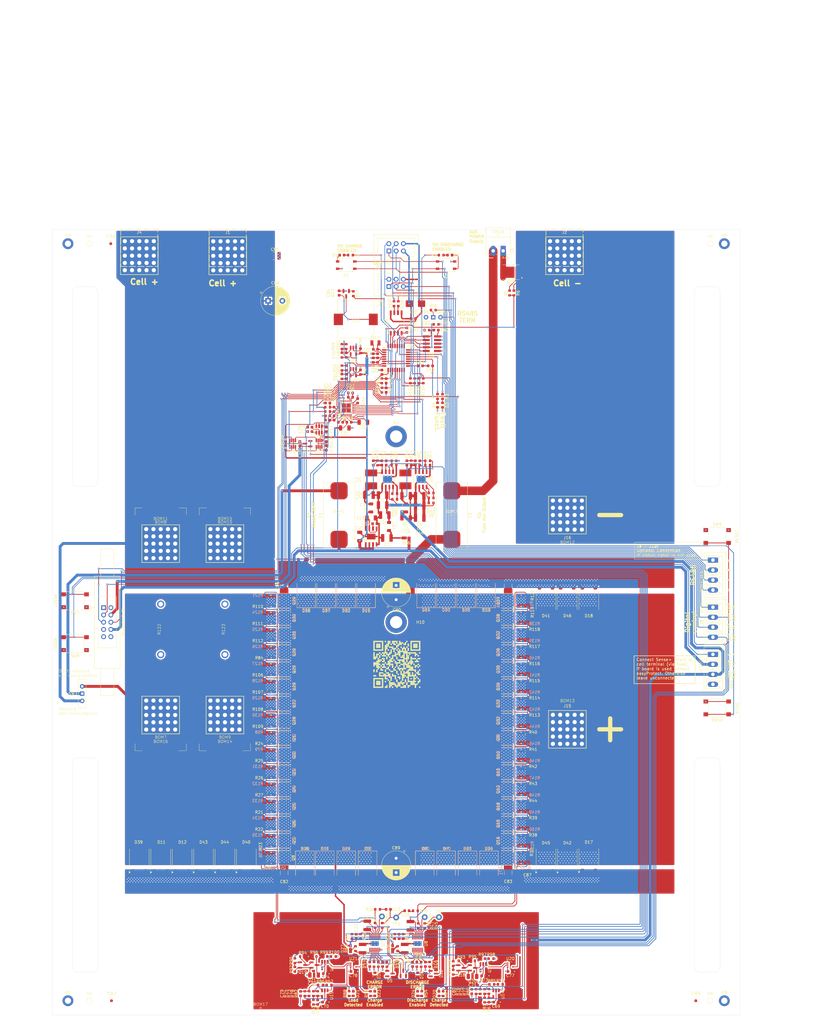
<source format=kicad_pcb>
(kicad_pcb
	(version 20241229)
	(generator "pcbnew")
	(generator_version "9.0")
	(general
		(thickness 1.74)
		(legacy_teardrops no)
	)
	(paper "A2" portrait)
	(layers
		(0 "F.Cu" signal)
		(4 "In1.Cu" signal)
		(6 "In2.Cu" signal)
		(8 "In3.Cu" signal)
		(10 "In4.Cu" signal)
		(2 "B.Cu" signal)
		(9 "F.Adhes" user "F.Adhesive")
		(11 "B.Adhes" user "B.Adhesive")
		(13 "F.Paste" user)
		(15 "B.Paste" user)
		(5 "F.SilkS" user "F.Silkscreen")
		(7 "B.SilkS" user "B.Silkscreen")
		(1 "F.Mask" user)
		(3 "B.Mask" user)
		(17 "Dwgs.User" user "User.Drawings")
		(19 "Cmts.User" user "User.Comments")
		(21 "Eco1.User" user "User.Eco1")
		(23 "Eco2.User" user "User.Eco2")
		(25 "Edge.Cuts" user)
		(27 "Margin" user)
		(31 "F.CrtYd" user "F.Courtyard")
		(29 "B.CrtYd" user "B.Courtyard")
		(35 "F.Fab" user)
		(33 "B.Fab" user)
		(39 "User.1" user)
		(41 "User.2" user "User.2 -Bemaßung")
		(43 "User.3" user "User.3 - Heatsink")
		(45 "User.4" user)
		(47 "User.5" user)
		(49 "User.6" user)
		(51 "User.7" user)
		(53 "User.8" user)
		(55 "User.9" user)
	)
	(setup
		(stackup
			(layer "F.SilkS"
				(type "Top Silk Screen")
			)
			(layer "F.Paste"
				(type "Top Solder Paste")
			)
			(layer "F.Mask"
				(type "Top Solder Mask")
				(color "Red")
				(thickness 0.01)
			)
			(layer "F.Cu"
				(type "copper")
				(thickness 0.07)
			)
			(layer "dielectric 1"
				(type "prepreg")
				(thickness 0.1)
				(material "FR4")
				(epsilon_r 4.5)
				(loss_tangent 0.02)
			)
			(layer "In1.Cu"
				(type "copper")
				(thickness 0.07)
			)
			(layer "dielectric 2"
				(type "core")
				(thickness 0.535)
				(material "FR4")
				(epsilon_r 4.5)
				(loss_tangent 0.02)
			)
			(layer "In2.Cu"
				(type "copper")
				(thickness 0.07)
			)
			(layer "dielectric 3"
				(type "prepreg")
				(thickness 0.1)
				(material "FR4")
				(epsilon_r 4.5)
				(loss_tangent 0.02)
			)
			(layer "In3.Cu"
				(type "copper")
				(thickness 0.035)
			)
			(layer "dielectric 4"
				(type "core")
				(thickness 0.535)
				(material "FR4")
				(epsilon_r 4.5)
				(loss_tangent 0.02)
			)
			(layer "In4.Cu"
				(type "copper")
				(thickness 0.035)
			)
			(layer "dielectric 5"
				(type "prepreg")
				(thickness 0.1)
				(material "FR4")
				(epsilon_r 4.5)
				(loss_tangent 0.02)
			)
			(layer "B.Cu"
				(type "copper")
				(thickness 0.07)
			)
			(layer "B.Mask"
				(type "Bottom Solder Mask")
				(color "Red")
				(thickness 0.01)
			)
			(layer "B.Paste"
				(type "Bottom Solder Paste")
			)
			(layer "B.SilkS"
				(type "Bottom Silk Screen")
			)
			(copper_finish "None")
			(dielectric_constraints no)
		)
		(pad_to_mask_clearance 0)
		(allow_soldermask_bridges_in_footprints no)
		(tenting front back)
		(aux_axis_origin 52.5 395)
		(grid_origin 173 120)
		(pcbplotparams
			(layerselection 0x00000000_00000000_55555555_5755f5ff)
			(plot_on_all_layers_selection 0x00000000_00000000_00000000_00000000)
			(disableapertmacros no)
			(usegerberextensions no)
			(usegerberattributes yes)
			(usegerberadvancedattributes yes)
			(creategerberjobfile yes)
			(dashed_line_dash_ratio 12.000000)
			(dashed_line_gap_ratio 3.000000)
			(svgprecision 4)
			(plotframeref no)
			(mode 1)
			(useauxorigin no)
			(hpglpennumber 1)
			(hpglpenspeed 20)
			(hpglpendiameter 15.000000)
			(pdf_front_fp_property_popups yes)
			(pdf_back_fp_property_popups yes)
			(pdf_metadata yes)
			(pdf_single_document no)
			(dxfpolygonmode yes)
			(dxfimperialunits yes)
			(dxfusepcbnewfont yes)
			(psnegative no)
			(psa4output no)
			(plot_black_and_white yes)
			(plotinvisibletext no)
			(sketchpadsonfab no)
			(plotpadnumbers no)
			(hidednponfab no)
			(sketchdnponfab yes)
			(crossoutdnponfab yes)
			(subtractmaskfromsilk no)
			(outputformat 1)
			(mirror no)
			(drillshape 1)
			(scaleselection 1)
			(outputdirectory "")
		)
	)
	(net 0 "")
	(net 1 "Net-(D1-K)")
	(net 2 "GND")
	(net 3 "Net-(D2-K)")
	(net 4 "VCC")
	(net 5 "Net-(D1-A)")
	(net 6 "BAT+CONTROLED")
	(net 7 "Net-(C10-Pad1)")
	(net 8 "5V5")
	(net 9 "Net-(U3-SS)")
	(net 10 "5V0")
	(net 11 "VREF")
	(net 12 "/ps/in")
	(net 13 "Net-(J3-2)")
	(net 14 "/greenMeter/ISENSE_FAST+")
	(net 15 "/greenMeter/ISENSE_PREZ+")
	(net 16 "/greenMeter/ISENSE_PREZ-")
	(net 17 "Net-(Q4-G)")
	(net 18 "/greenMeter/ISENSE_FAST-")
	(net 19 "Net-(Q5-G)")
	(net 20 "Net-(Q6-G)")
	(net 21 "Net-(Q7-G)")
	(net 22 "Net-(Q8-G)")
	(net 23 "Net-(U18-+IN)")
	(net 24 "Net-(D4-A)")
	(net 25 "Net-(J3-1)")
	(net 26 "/greenMeter/RS485_D")
	(net 27 "Net-(U19-+IN)")
	(net 28 "Net-(U22-CAPN)")
	(net 29 "/greenMeter/RS485_R")
	(net 30 "/greenMeter/SPI1_MOSI")
	(net 31 "/greenMeter/ADC_START")
	(net 32 "/greenMeter/SPI1_MISO")
	(net 33 "/greenMeter/ADC_DRDY")
	(net 34 "/greenMeter/ADC_RESET")
	(net 35 "/greenMeter/ADC_CS")
	(net 36 "/greenMeter/SPI1_SCK")
	(net 37 "/OVP_IN")
	(net 38 "/chargeControl/SNS+")
	(net 39 "/chargeControl/SNS-")
	(net 40 "/LVP_IN")
	(net 41 "/OVP_OUT")
	(net 42 "/LVP_OUT")
	(net 43 "Net-(Q1-G)")
	(net 44 "Net-(Q2-G)")
	(net 45 "Net-(Q3-G)")
	(net 46 "/greenMeter/CHARGE_ENABLED")
	(net 47 "/greenMeter/DISCHARGE_ENABLED")
	(net 48 "/greenMeter/AUX_EN")
	(net 49 "/greenMeter/ISENSE+")
	(net 50 "/greenMeter/ISENSE-")
	(net 51 "/greenMeter/SWCLK")
	(net 52 "/switchControl/CHG_DETECTED")
	(net 53 "Net-(U16--)")
	(net 54 "/switchControl/LOAD_DETECTED")
	(net 55 "unconnected-(J7-Pin_7-Pad7)")
	(net 56 "/greenMeter/USENSE_SHUNT_BUF")
	(net 57 "/greenMeter/USENSE+_BUF")
	(net 58 "/greenMeter/SWDIO")
	(net 59 "/CHARGE_CONTROL")
	(net 60 "Net-(Q22-G)")
	(net 61 "Net-(U12-PA10{slash}NC)")
	(net 62 "Net-(Q13-G)")
	(net 63 "Net-(Q14-G)")
	(net 64 "Net-(Q15-G)")
	(net 65 "Net-(Q16-G)")
	(net 66 "/BUS_+5V")
	(net 67 "Net-(U4-VIN)")
	(net 68 "Net-(U4-BST)")
	(net 69 "Net-(U4-SW)")
	(net 70 "Net-(U5-SW)")
	(net 71 "Net-(U5-BST)")
	(net 72 "Net-(C11-Pad1)")
	(net 73 "Net-(U4-FB)")
	(net 74 "Net-(U5-FB)")
	(net 75 "Net-(C11-Pad2)")
	(net 76 "Net-(C12-Pad2)")
	(net 77 "Net-(U6-FILTER)")
	(net 78 "Net-(U7-SNS-)")
	(net 79 "Net-(C23-Pad1)")
	(net 80 "Net-(U7-TIMER)")
	(net 81 "Net-(U8-SNS-)")
	(net 82 "Net-(U8-TIMER)")
	(net 83 "Net-(U22-CAPP)")
	(net 84 "Net-(U12-PC14)")
	(net 85 "Net-(U12-PC15)")
	(net 86 "Net-(U12-PC6)")
	(net 87 "Net-(Q20-C)")
	(net 88 "Net-(Q21-C)")
	(net 89 "Net-(D2-A)")
	(net 90 "Net-(D3-A)")
	(net 91 "/BUS_GND")
	(net 92 "/BUS_B")
	(net 93 "Net-(D10-K)")
	(net 94 "Net-(D16-K)")
	(net 95 "Net-(D20-A)")
	(net 96 "Net-(D21-A)")
	(net 97 "/BUS_A")
	(net 98 "/chargeControl/vcc_int")
	(net 99 "/dischargeControl/vcc_int")
	(net 100 "unconnected-(D5-NC-Pad2)")
	(net 101 "unconnected-(D22-NC-Pad2)")
	(net 102 "Net-(Q9-G)")
	(net 103 "Net-(Q10-G)")
	(net 104 "Net-(Q11-G)")
	(net 105 "Net-(Q12-G)")
	(net 106 "Net-(U4-EN{slash}UVLO)")
	(net 107 "Net-(U5-EN{slash}UVLO)")
	(net 108 "Net-(U4-RON)")
	(net 109 "Net-(U5-RON)")
	(net 110 "Net-(U7-ISET)")
	(net 111 "Net-(U7-TGUP)")
	(net 112 "Net-(U7-VCCUV)")
	(net 113 "Net-(U8-ISET)")
	(net 114 "Net-(U8-TGUP)")
	(net 115 "Net-(U8-VCCUV)")
	(net 116 "Net-(U15-+)")
	(net 117 "Net-(U14-+)")
	(net 118 "Net-(U14--)")
	(net 119 "Net-(Q18-B)")
	(net 120 "Net-(Q19-B)")
	(net 121 "Net-(Q18-C)")
	(net 122 "Net-(Q19-C)")
	(net 123 "Net-(U17--)")
	(net 124 "Net-(U7-IMON)")
	(net 125 "Net-(U8-IMON)")
	(net 126 "Net-(U11-V_{OUT})")
	(net 127 "Net-(U16-Pad1)")
	(net 128 "Net-(U17-Pad1)")
	(net 129 "/LOAD_CONTROL")
	(net 130 "/chargeControl/SWITCH_OUT")
	(net 131 "/chargeControl/BST")
	(net 132 "/dischargeControl/BST")
	(net 133 "/U_SENSE+")
	(net 134 "/greenMeter/LVP_SENSE_DIV")
	(net 135 "/greenMeter/OVP_SENSE_DIV")
	(net 136 "Net-(D23-A)")
	(net 137 "Net-(D24-A)")
	(net 138 "/B+Terminal")
	(net 139 "Net-(SW3-B)")
	(net 140 "Net-(BZ1--)")
	(net 141 "/greenMeter/Buzzer")
	(net 142 "/chargeControl/~{Fault}")
	(net 143 "R2{slash}COM")
	(net 144 "Net-(Q23-B)")
	(net 145 "/dischargeControl/~{Fault}")
	(net 146 "Net-(U15--)")
	(net 147 "Net-(U22-REFOUT)")
	(net 148 "Net-(U22-BYPASS)")
	(net 149 "Net-(U13-A)")
	(net 150 "Net-(U13-B)")
	(net 151 "unconnected-(U22-NC-7-Pad25)")
	(net 152 "unconnected-(U22-NC-6-Pad24)")
	(net 153 "unconnected-(U22-NC-8-Pad26)")
	(net 154 "unconnected-(U22-NC-3-Pad21)")
	(net 155 "unconnected-(U22-NC-4-Pad22)")
	(net 156 "unconnected-(U22-NC-9-Pad27)")
	(net 157 "unconnected-(U22-NC-2-Pad20)")
	(net 158 "unconnected-(U22-NC-1-Pad19)")
	(net 159 "unconnected-(U22-NC-5-Pad23)")
	(net 160 "Net-(C28-Pad1)")
	(net 161 "unconnected-(H1-Pad1)")
	(net 162 "unconnected-(H3-Pad1)")
	(net 163 "unconnected-(H5-Pad1)")
	(net 164 "unconnected-(H9-Pad1)")
	(net 165 "Net-(R55-Pad2)")
	(net 166 "Net-(R62-Pad2)")
	(net 167 "~{OC_FAULT}")
	(net 168 "Net-(SW4-B)")
	(net 169 "unconnected-(SW4-A-Pad3)")
	(net 170 "Net-(D26-K)")
	(net 171 "Net-(D27-K)")
	(net 172 "Net-(D28-K)")
	(net 173 "/p_good")
	(net 174 "Net-(U7-VIN)")
	(net 175 "Net-(U8-VIN)")
	(net 176 "Net-(Q24-G)")
	(net 177 "Net-(Q25-G)")
	(net 178 "Net-(Q26-G)")
	(net 179 "Net-(Q27-G)")
	(net 180 "Net-(Q28-G)")
	(net 181 "Net-(Q29-G)")
	(net 182 "Net-(Q30-G)")
	(net 183 "Net-(Q31-G)")
	(net 184 "Net-(Q32-G)")
	(net 185 "Net-(Q33-G)")
	(net 186 "Net-(Q34-G)")
	(net 187 "Net-(Q35-G)")
	(net 188 "Net-(Q36-G)")
	(net 189 "Net-(Q37-G)")
	(net 190 "Net-(Q38-G)")
	(net 191 "Net-(Q39-G)")
	(net 192 "SWITCH_IN")
	(net 193 "Net-(Q40-G)")
	(net 194 "Net-(Q41-G)")
	(net 195 "Net-(Q42-G)")
	(net 196 "Net-(Q43-G)")
	(net 197 "Net-(Q44-G)")
	(net 198 "Net-(Q45-G)")
	(net 199 "Net-(Q46-G)")
	(net 200 "Net-(Q47-G)")
	(net 201 "Net-(Q48-G)")
	(net 202 "Net-(Q49-G)")
	(net 203 "Net-(Q50-G)")
	(net 204 "Net-(Q51-G)")
	(net 205 "Net-(Q52-G)")
	(net 206 "Net-(Q53-G)")
	(net 207 "Net-(Q54-G)")
	(net 208 "Net-(Q55-G)")
	(net 209 "Net-(Q56-G)")
	(net 210 "Net-(Q57-G)")
	(net 211 "Net-(Q58-G)")
	(net 212 "Net-(Q59-G)")
	(net 213 "Net-(Q60-G)")
	(net 214 "Net-(Q61-G)")
	(net 215 "Net-(Q62-G)")
	(net 216 "Net-(Q63-G)")
	(net 217 "Net-(Q64-G)")
	(net 218 "Net-(Q65-G)")
	(net 219 "Net-(Q66-G)")
	(net 220 "Net-(Q67-G)")
	(net 221 "Net-(Q68-G)")
	(net 222 "Net-(Q69-G)")
	(net 223 "Net-(Q70-G)")
	(net 224 "Net-(Q71-G)")
	(net 225 "/chargeControl/vg")
	(net 226 "/dischargeControl/vg")
	(net 227 "unconnected-(H7-Pad1)")
	(net 228 "unconnected-(H10-Pad1)")
	(footprint "Connector_Pin:Pin_D1.0mm_L10.0mm" (layer "F.Cu") (at 168 360.5))
	(footprint "Diode_SMD:D_SMC" (layer "F.Cu") (at 141 342.5 -90))
	(footprint "Resistor_SMD:R_0603_1608Metric" (layer "F.Cu") (at 195.75 376 180))
	(footprint "Connector_PinHeader_1.27mm:PinHeader_2x05_P1.27mm_Vertical_SMD" (layer "F.Cu") (at 185.5 160 180))
	(footprint "Capacitor_SMD:C_1210_3225Metric" (layer "F.Cu") (at 162.875 363.625 -90))
	(footprint "Resistor_SMD:R_0603_1608Metric" (layer "F.Cu") (at 145.5 387.5 90))
	(footprint "Resistor_SMD:R_0603_1608Metric" (layer "F.Cu") (at 155.5 168.5 -90))
	(footprint "Resistor_SMD:R_0603_1608Metric" (layer "F.Cu") (at 168 173 90))
	(footprint "Resistor_SMD:R_0603_1608Metric" (layer "F.Cu") (at 127.75 258))
	(footprint "Resistor_SMD:R_0603_1608Metric" (layer "F.Cu") (at 203.25 375.25))
	(footprint "Capacitor_SMD:C_0603_1608Metric" (layer "F.Cu") (at 168 170 -90))
	(footprint "Diode_SMD:D_SMC" (layer "F.Cu") (at 198 342.5 -90))
	(footprint "Resistor_SMD:R_0603_1608Metric" (layer "F.Cu") (at 214.25 142.25 -90))
	(footprint "Capacitor_THT:CP_Radial_D10.0mm_P5.00mm" (layer "F.Cu") (at 173 249.617677 90))
	(footprint "Resistor_SMD:R_0603_1608Metric" (layer "F.Cu") (at 218.25 338 180))
	(footprint "myConnector:IDC-Header_2x05_P2.54mm_Latch9.5mm_Vertical" (layer "F.Cu") (at 70.5 252.42))
	(footprint "Capacitor_SMD:C_0603_1608Metric" (layer "F.Cu") (at 165 162.75 90))
	(footprint "Resistor_SMD:R_0603_1608Metric" (layer "F.Cu") (at 149 182.25))
	(footprint "Package_TO_SOT_SMD:TO-252-2" (layer "F.Cu") (at 240.5 250 -90))
	(footprint "Capacitor_SMD:C_0603_1608Metric" (layer "F.Cu") (at 153.5 187.5))
	(footprint "Resistor_SMD:R_0603_1608Metric" (layer "F.Cu") (at 144 390.5 90))
	(footprint "Capacitor_SMD:C_0603_1608Metric" (layer "F.Cu") (at 179 151.25 180))
	(footprint "Package_SO:SOIC-8_5.3x5.3mm_P1.27mm"
		(layer "F.Cu")
		(uuid "174c734c-786f-43cc-91b8-b4e4b184370e")
		(at 173 152.75 90)
		(descr "SOIC, 8 Pin (JEITA/EIAJ 08-001-BBA and Atmel/Microchip, 208 mils width, https://www.jeita.or.jp/japanese/standard/book/ED-7311-19/#target/page_no=21, https://ww1.microchip.com/downloads/en/DeviceDoc/20005045C.pdf#page=23, https://ww1.microchip.com/downloads/en/DeviceDoc/doc2535.pdf#page=162), generated with kicad-footprint-generator ipc_gullwing_generator.py")
		(tags "SOIC SO P-SOP SOP SOP-8 SO SO-8 8S2 S2AE/F K04-056 CASE-751BE SO8W 8-Pin-SOIC PSA W8-2 W8-4 W8MS-1")
		(property "Reference" "U13"
			(at 0 -3.6 90)
			(layer "F.SilkS")
			(uuid "b08b2d4a-421c-4176-b474-f51f0e9e6a86")
			(effects
				(font
					(size 1 1)
					(thickness 0.15)
				)
			)
		)
		(property "Value" "MAX22025FAWA+"
			(at 0 3.6 90)
			(layer "F.Fab")
			(uuid "fd51aa9c-2231-4e91-8401-d9de4364b762")
			(effects
				(font
					(size 1 1)
					(thickness 0.15)
				)
			)
		)
		(property "Datasheet" "https://www.analog.com/media/en/technical-documentation/data-sheets/MAX22025-MAX22028F.pdf"
			(at 0 0 90)
			(layer "F.Fab")
			(hide yes)
			(uuid "78f19867-6e2f-4b70-a259-2737f3a1a60d")
			(effects
				(font
					(size 1.27 1.27)
					(thickness 0.15)
				)
			)
		)
		(property "Description" "MAX22025FAWA+ TREIBER/ISOLIERT/SOIC-Wide-8 SMD"
			(at 0 0 90)
			(layer "F.Fab")
			(hide yes)
			(uuid "418cbb35-34f1-4c38-9fae-705e5029a984")
			(effects
				(font
					(size 1.27 1.27)
					(thickness 0.15)
				)
			)
		)
		(property "Field-1" ""
			(at 0 0 90)
			(unlocked yes)
			(layer "F.Fab")
			(hide yes)
			(uuid "edd8044c-1ad7-4292-9542-93f4173a4d5b")
			(effects
				(font
					(size 1 1)
					(thickness 0.15)
				)
			)
		)
		(property "Sim.Device" ""
			(at 0 0 90)
			(unlocked yes)
			(layer "F.Fab")
			(hide yes)
			(uuid "42ca892b-d5fc-4b9b-bdab-b5ddb448ffed")
			(effects
				(font
					(size 1 1)
					(thickness 0.15)
				)
			)
		)
		(property "Sim.Pins" ""
			(at 0 0 90)
			(unlocked yes)
			(layer "F.Fab")
			(hide yes)
			(uuid "38ee2d5a-400c-4a43-b497-3cb6b124e05d")
			(effects
				(font
					(size 1 1)
					(thickness 0.15)
				)
			)
		)
		(property "ECS Art#" "IC375"
			(at 0 0 90)
			(unlocked yes)
			(layer "F.Fab")
			(hide yes)
			(uuid "f869447e-cebf-4b87-89c8-4e604106eb89")
			(effects
				(font
					(size 1 1)
					(thickness 0.15)
				)
			)
		)
		(property "HAN" "MAX22025FAWA+"
			(at 0 0 90)
			(unlocked yes)
			(layer "F.Fab")
			(hide yes)
			(uuid "f0bc55a6-d8bc-47e3-a988-1558922d1c0d")
			(effects
				(font
					(size 1 1)
					(thickness 0.15)
				)
			)
		)
		(property "Hersteller" "Analog Devices"
			(at 0 0 90)
			(unlocked yes)
			(layer "F.Fab")
			(hide yes)
			(uuid "b686398a-4f23-4fa9-b5e3-97805c848c68")
			(effects
				(font
					(size 1 1)
					(thickness 0.15)
				)
			)
		)
		(property "Voltage" ""
			(at 0 0 90)
			(unlocked yes)
			(layer "F.Fab")
			(hide yes)
			(uuid "2a6c2790-ea73-4024-b95f-83377cd246df")
			(effe
... [5448561 chars truncated]
</source>
